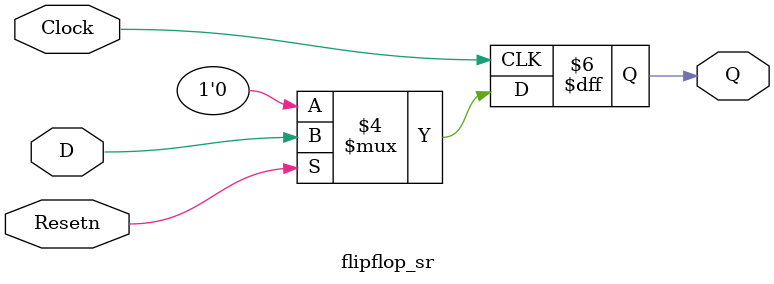
<source format=v>
module flipflop_sr (D, Clock, Resetn, Q);
  input D, Clock, Resetn;
  output Q;
  reg  Q;

  always @(posedge Clock)
    if (Resetn == 0)
      Q <= 0;
    else
      Q <= D;

endmodule

</source>
